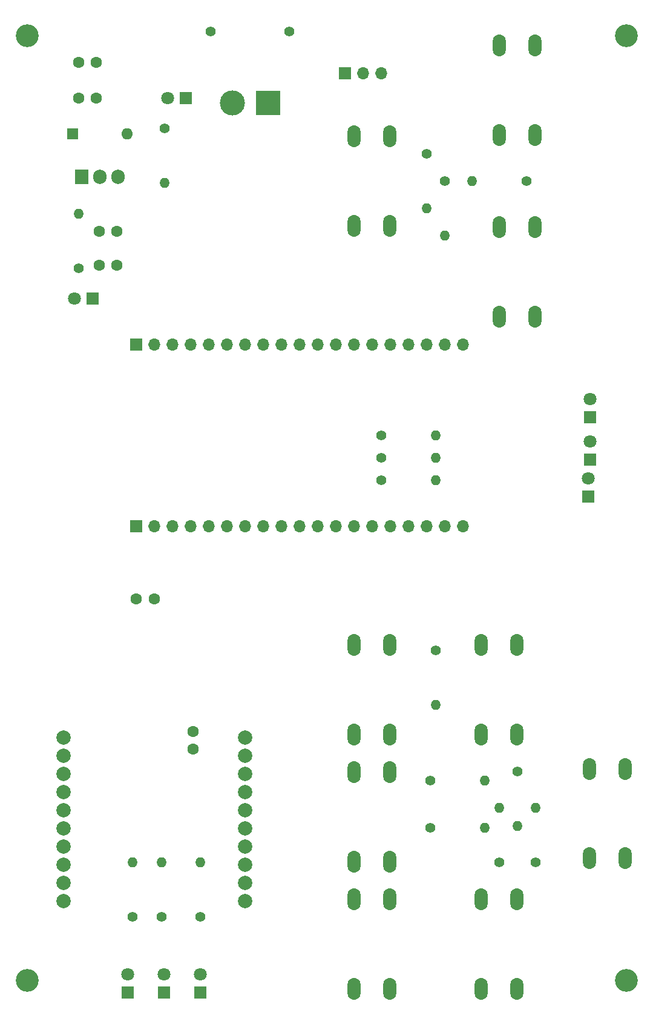
<source format=gbr>
%TF.GenerationSoftware,KiCad,Pcbnew,7.0.2*%
%TF.CreationDate,2024-07-06T11:43:59+09:00*%
%TF.ProjectId,______,b3f3c8ed-fce9-42e6-9b69-6361645f7063,rev?*%
%TF.SameCoordinates,PX63d4a40PYa3140c0*%
%TF.FileFunction,Soldermask,Top*%
%TF.FilePolarity,Negative*%
%FSLAX46Y46*%
G04 Gerber Fmt 4.6, Leading zero omitted, Abs format (unit mm)*
G04 Created by KiCad (PCBNEW 7.0.2) date 2024-07-06 11:43:59*
%MOMM*%
%LPD*%
G01*
G04 APERTURE LIST*
%ADD10C,1.400000*%
%ADD11O,1.400000X1.400000*%
%ADD12R,1.700000X1.700000*%
%ADD13O,1.700000X1.700000*%
%ADD14C,3.200000*%
%ADD15O,1.850000X3.048000*%
%ADD16R,1.800000X1.800000*%
%ADD17C,1.800000*%
%ADD18C,1.600000*%
%ADD19R,1.905000X2.000000*%
%ADD20O,1.905000X2.000000*%
%ADD21R,1.600000X1.600000*%
%ADD22O,1.600000X1.600000*%
%ADD23C,2.000000*%
%ADD24R,3.500000X3.500000*%
%ADD25C,3.500000*%
G04 APERTURE END LIST*
D10*
%TO.C,R5*%
X62190000Y28000000D03*
D11*
X69810000Y28000000D03*
%TD*%
D12*
%TO.C,U2*%
X21020000Y70160000D03*
D13*
X23560000Y70160000D03*
X26100000Y70160000D03*
X28640000Y70160000D03*
X31180000Y70160000D03*
X33720000Y70160000D03*
X36260000Y70160000D03*
X38800000Y70160000D03*
X41340000Y70160000D03*
X43880000Y70160000D03*
X46420000Y70160000D03*
X48960000Y70160000D03*
X51500000Y70160000D03*
X54040000Y70160000D03*
X56580000Y70160000D03*
X59120000Y70160000D03*
X61660000Y70160000D03*
X64200000Y70160000D03*
X66740000Y70160000D03*
D12*
X21020000Y95560000D03*
D13*
X23560000Y95560000D03*
X26100000Y95560000D03*
X28640000Y95560000D03*
X31180000Y95560000D03*
X33720000Y95560000D03*
X36260000Y95560000D03*
X38800000Y95560000D03*
X41340000Y95560000D03*
X43880000Y95560000D03*
X46420000Y95560000D03*
X48960000Y95560000D03*
X51500000Y95560000D03*
X54040000Y95560000D03*
X56580000Y95560000D03*
X59120000Y95560000D03*
X61660000Y95560000D03*
X64200000Y95560000D03*
X66740000Y95560000D03*
%TD*%
D14*
%TO.C,H2*%
X5780000Y6660000D03*
%TD*%
D15*
%TO.C,SW4*%
X89500000Y36240000D03*
X89500000Y23740000D03*
X84500000Y36240000D03*
X84500000Y23740000D03*
%TD*%
D10*
%TO.C,R6*%
X63000000Y52810000D03*
D11*
X63000000Y45190000D03*
%TD*%
D10*
%TO.C,R17*%
X55310000Y82860000D03*
D11*
X62930000Y82860000D03*
%TD*%
D15*
%TO.C,SW9*%
X51540000Y112180000D03*
X51540000Y124680000D03*
X56540000Y112180000D03*
X56540000Y124680000D03*
%TD*%
D16*
%TO.C,D3*%
X19840000Y5000000D03*
D17*
X19840000Y7540000D03*
%TD*%
D18*
%TO.C,C5*%
X13000000Y130000000D03*
X15500000Y130000000D03*
%TD*%
D14*
%TO.C,H3*%
X89600000Y6660000D03*
%TD*%
D18*
%TO.C,C6*%
X18379749Y106649405D03*
X15879749Y106649405D03*
%TD*%
D10*
%TO.C,R11*%
X13000000Y106190000D03*
D11*
X13000000Y113810000D03*
%TD*%
D10*
%TO.C,R15*%
X55310000Y79710000D03*
D11*
X62930000Y79710000D03*
%TD*%
D14*
%TO.C,H1*%
X5780000Y138740000D03*
%TD*%
D19*
%TO.C,U3*%
X13460000Y119055000D03*
D20*
X16000000Y119055000D03*
X18540000Y119055000D03*
%TD*%
D21*
%TO.C,D9*%
X12190000Y125000000D03*
D22*
X19810000Y125000000D03*
%TD*%
D15*
%TO.C,SW7*%
X71860000Y99480000D03*
X71860000Y111980000D03*
X76860000Y99480000D03*
X76860000Y111980000D03*
%TD*%
D16*
%TO.C,D7*%
X30000000Y5000000D03*
D17*
X30000000Y7540000D03*
%TD*%
D10*
%TO.C,R9*%
X61660000Y122230000D03*
D11*
X61660000Y114610000D03*
%TD*%
D10*
%TO.C,R2*%
X62190000Y34600000D03*
D11*
X69810000Y34600000D03*
%TD*%
D18*
%TO.C,C1*%
X21060000Y60000000D03*
X23560000Y60000000D03*
%TD*%
D10*
%TO.C,R14*%
X55310000Y76560000D03*
D11*
X62930000Y76560000D03*
%TD*%
D10*
%TO.C,R13*%
X24590000Y15550000D03*
D11*
X24590000Y23170000D03*
%TD*%
D16*
%TO.C,D5*%
X84260000Y74270000D03*
D17*
X84260000Y76810000D03*
%TD*%
D18*
%TO.C,C4*%
X13000000Y135000000D03*
X15500000Y135000000D03*
%TD*%
D15*
%TO.C,SW6*%
X51540000Y41060000D03*
X51540000Y53560000D03*
X56540000Y41060000D03*
X56540000Y53560000D03*
%TD*%
D10*
%TO.C,R8*%
X64200000Y118420000D03*
D11*
X64200000Y110800000D03*
%TD*%
D18*
%TO.C,C3*%
X18360000Y111420000D03*
X15860000Y111420000D03*
%TD*%
D15*
%TO.C,SW8*%
X71860000Y124880000D03*
X71860000Y137380000D03*
X76860000Y124880000D03*
X76860000Y137380000D03*
%TD*%
D16*
%TO.C,D8*%
X84520000Y85400000D03*
D17*
X84520000Y87940000D03*
%TD*%
D15*
%TO.C,SW2*%
X69320000Y5500000D03*
X69320000Y18000000D03*
X74320000Y5500000D03*
X74320000Y18000000D03*
%TD*%
D18*
%TO.C,C2*%
X29000000Y39000000D03*
X29000000Y41500000D03*
%TD*%
D15*
%TO.C,SW3*%
X69320000Y41060000D03*
X69320000Y53560000D03*
X74320000Y41060000D03*
X74320000Y53560000D03*
%TD*%
D16*
%TO.C,D4*%
X24920000Y5000000D03*
D17*
X24920000Y7540000D03*
%TD*%
D10*
%TO.C,R7*%
X75630000Y118420000D03*
D11*
X68010000Y118420000D03*
%TD*%
D15*
%TO.C,SW5*%
X51540000Y5500000D03*
X51540000Y18000000D03*
X56540000Y5500000D03*
X56540000Y18000000D03*
%TD*%
D10*
%TO.C,R16*%
X30000000Y15550000D03*
D11*
X30000000Y23170000D03*
%TD*%
D16*
%TO.C,D6*%
X84520000Y79500000D03*
D17*
X84520000Y82040000D03*
%TD*%
D10*
%TO.C,R10*%
X25000000Y125810000D03*
D11*
X25000000Y118190000D03*
%TD*%
D14*
%TO.C,H4*%
X89600000Y138740000D03*
%TD*%
D10*
%TO.C,R1*%
X71820000Y23170000D03*
D11*
X71820000Y30790000D03*
%TD*%
D23*
%TO.C,U1*%
X36260000Y17770000D03*
X10860000Y17770000D03*
X36260000Y20310000D03*
X10860000Y20310000D03*
X36260000Y22850000D03*
X10860000Y22850000D03*
X36260000Y25390000D03*
X10860000Y25390000D03*
X36260000Y27930000D03*
X10860000Y27930000D03*
X36260000Y30470000D03*
X10860000Y30470000D03*
X36260000Y33010000D03*
X10860000Y33010000D03*
X36260000Y35550000D03*
X10860000Y35550000D03*
X36260000Y38090000D03*
X10860000Y38090000D03*
X36260000Y40630000D03*
X10860000Y40630000D03*
%TD*%
D16*
%TO.C,D1*%
X28000000Y130000000D03*
D17*
X25460000Y130000000D03*
%TD*%
D12*
%TO.C,SW10*%
X50280000Y133500000D03*
D13*
X52820000Y133500000D03*
X55360000Y133500000D03*
%TD*%
D10*
%TO.C,R3*%
X74360000Y35870000D03*
D11*
X74360000Y28250000D03*
%TD*%
D16*
%TO.C,D2*%
X15000000Y102000000D03*
D17*
X12460000Y102000000D03*
%TD*%
D10*
%TO.C,J1*%
X31500000Y139325000D03*
X42500000Y139325000D03*
D24*
X39500000Y129325000D03*
D25*
X34500000Y129325000D03*
%TD*%
D15*
%TO.C,SW1*%
X51540000Y23280000D03*
X51540000Y35780000D03*
X56540000Y23280000D03*
X56540000Y35780000D03*
%TD*%
D10*
%TO.C,R4*%
X76900000Y23170000D03*
D11*
X76900000Y30790000D03*
%TD*%
D10*
%TO.C,R12*%
X20540000Y15550000D03*
D11*
X20540000Y23170000D03*
%TD*%
M02*

</source>
